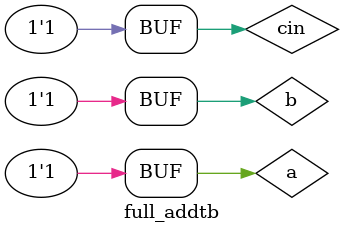
<source format=v>
module full_addtb;

	// Inputs
	reg a;
	reg b;
	reg cin;

	// Outputs
	wire sum;
	wire cout;

	// Instantiate the Unit Under Test (UUT)
	full_adder uut (
		.a(a), 
		.b(b), 
		.cin(cin), 
		.sum(sum), 
		.cout(cout)
	);

	initial begin
		// Initialize Inputs
		a = 0;
		b = 0;
		cin = 0;

		// Wait 100 ns for global reset to finish
		#70; a=0;b=0;cin=1;
       #70; a=0;b=1;cin=0;
		 #70; a=0;b=1;cin=1;
		 #70; a=1;b=0;cin=0;
		 #70; a=1;b=0;cin=1;
		 #70; a=1;b=1;cin=0;
		 #70; a=1;b=1;cin=1;
		// Add stimulus here

	end
      
endmodule


</source>
